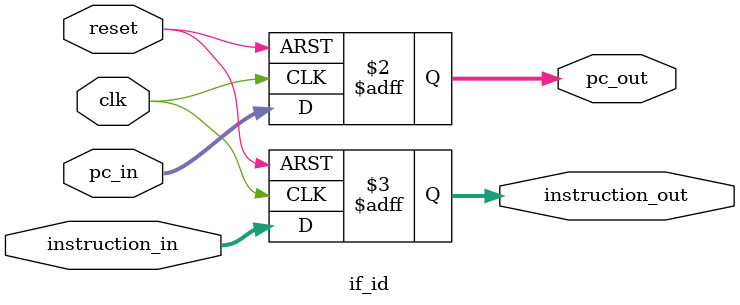
<source format=v>
`timescale 1ns/1ps
module if_id(
    input  wire        clk,
    input  wire        reset,
    input  wire [31:0] pc_in,
    input  wire [31:0] instruction_in,
    output reg  [31:0] pc_out,
    output reg  [31:0] instruction_out
);
    always @(posedge clk or posedge reset) begin
        if (reset) begin
            pc_out <= 32'd0;
            instruction_out <= 32'd0;
        end else begin
            pc_out <= pc_in;
            instruction_out <= instruction_in;
        end
    end
endmodule
</source>
